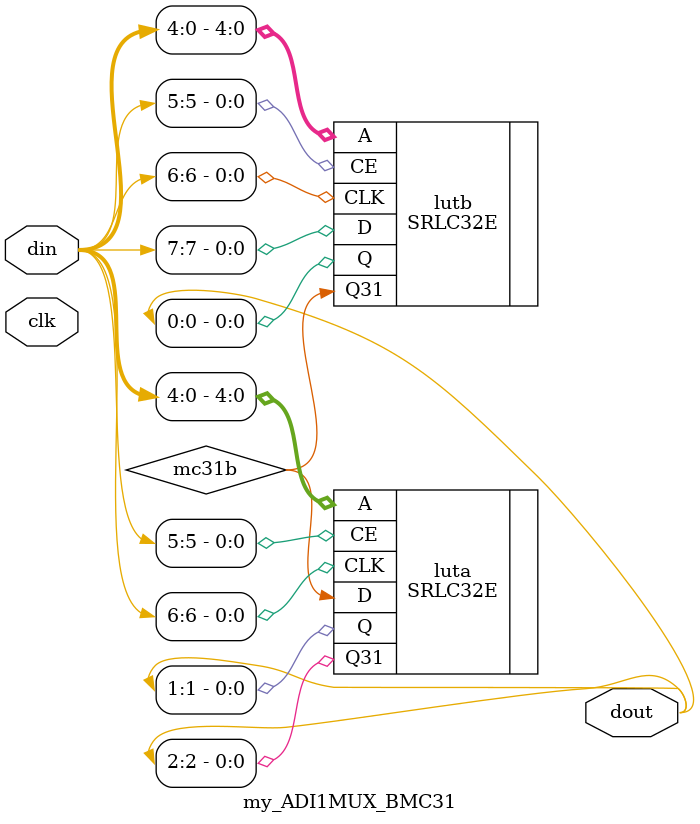
<source format=v>
module my_ADI1MUX_BMC31 (input clk, input [7:0] din, output [7:0] dout);
    parameter LOC = "";
    parameter BELO="B6LUT";
    parameter BELI="A6LUT";
    wire mc31b;
    (* LOC=LOC, BEL=BELO *)
    SRLC32E #(
            .INIT(32'h00000000),
            .IS_CLK_INVERTED(1'b0)
        ) lutb (
            .Q(dout[0]),
            .Q31(mc31b),
            .A(din[4:0]),
            .CE(din[5]),
            .CLK(din[6]),
            .D(din[7]));
    (* LOC=LOC, BEL=BELI *)
    SRLC32E #(
            .INIT(32'h00000000),
            .IS_CLK_INVERTED(1'b0)
        ) luta (
            .Q(dout[1]),
            .Q31(dout[2]),
            .A(din[4:0]),
            .CE(din[5]),
            .CLK(din[6]),
            .D(mc31b));
endmodule
</source>
